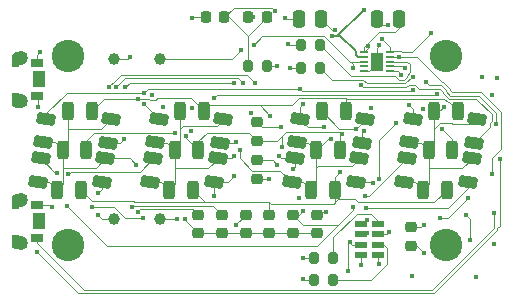
<source format=gbr>
%TF.GenerationSoftware,KiCad,Pcbnew,7.0.8*%
%TF.CreationDate,2024-05-11T17:50:23+02:00*%
%TF.ProjectId,Heptachron,48657074-6163-4687-926f-6e2e6b696361,rev?*%
%TF.SameCoordinates,Original*%
%TF.FileFunction,Copper,L1,Top*%
%TF.FilePolarity,Positive*%
%FSLAX46Y46*%
G04 Gerber Fmt 4.6, Leading zero omitted, Abs format (unit mm)*
G04 Created by KiCad (PCBNEW 7.0.8) date 2024-05-11 17:50:23*
%MOMM*%
%LPD*%
G01*
G04 APERTURE LIST*
G04 Aperture macros list*
%AMRoundRect*
0 Rectangle with rounded corners*
0 $1 Rounding radius*
0 $2 $3 $4 $5 $6 $7 $8 $9 X,Y pos of 4 corners*
0 Add a 4 corners polygon primitive as box body*
4,1,4,$2,$3,$4,$5,$6,$7,$8,$9,$2,$3,0*
0 Add four circle primitives for the rounded corners*
1,1,$1+$1,$2,$3*
1,1,$1+$1,$4,$5*
1,1,$1+$1,$6,$7*
1,1,$1+$1,$8,$9*
0 Add four rect primitives between the rounded corners*
20,1,$1+$1,$2,$3,$4,$5,0*
20,1,$1+$1,$4,$5,$6,$7,0*
20,1,$1+$1,$6,$7,$8,$9,0*
20,1,$1+$1,$8,$9,$2,$3,0*%
G04 Aperture macros list end*
%TA.AperFunction,EtchedComponent*%
%ADD10C,0.010000*%
%TD*%
%TA.AperFunction,SMDPad,CuDef*%
%ADD11RoundRect,0.250000X0.250000X-0.550000X0.250000X0.550000X-0.250000X0.550000X-0.250000X-0.550000X0*%
%TD*%
%TA.AperFunction,SMDPad,CuDef*%
%ADD12RoundRect,0.250000X-0.579441X-0.171022X0.509854X-0.324112X0.579441X0.171022X-0.509854X0.324112X0*%
%TD*%
%TA.AperFunction,SMDPad,CuDef*%
%ADD13RoundRect,0.250000X0.579441X0.171022X-0.509854X0.324112X-0.579441X-0.171022X0.509854X-0.324112X0*%
%TD*%
%TA.AperFunction,SMDPad,CuDef*%
%ADD14R,1.100000X0.700000*%
%TD*%
%TA.AperFunction,ComponentPad*%
%ADD15C,1.200000*%
%TD*%
%TA.AperFunction,SMDPad,CuDef*%
%ADD16R,1.100000X1.400000*%
%TD*%
%TA.AperFunction,SMDPad,CuDef*%
%ADD17RoundRect,0.218750X-0.256250X0.218750X-0.256250X-0.218750X0.256250X-0.218750X0.256250X0.218750X0*%
%TD*%
%TA.AperFunction,SMDPad,CuDef*%
%ADD18C,1.000000*%
%TD*%
%TA.AperFunction,SMDPad,CuDef*%
%ADD19RoundRect,0.218750X-0.218750X-0.256250X0.218750X-0.256250X0.218750X0.256250X-0.218750X0.256250X0*%
%TD*%
%TA.AperFunction,SMDPad,CuDef*%
%ADD20RoundRect,0.200000X0.200000X0.275000X-0.200000X0.275000X-0.200000X-0.275000X0.200000X-0.275000X0*%
%TD*%
%TA.AperFunction,ComponentPad*%
%ADD21C,2.750000*%
%TD*%
%TA.AperFunction,SMDPad,CuDef*%
%ADD22RoundRect,0.225000X0.225000X0.250000X-0.225000X0.250000X-0.225000X-0.250000X0.225000X-0.250000X0*%
%TD*%
%TA.AperFunction,SMDPad,CuDef*%
%ADD23RoundRect,0.218750X0.256250X-0.218750X0.256250X0.218750X-0.256250X0.218750X-0.256250X-0.218750X0*%
%TD*%
%TA.AperFunction,SMDPad,CuDef*%
%ADD24RoundRect,0.250000X-0.250000X-0.475000X0.250000X-0.475000X0.250000X0.475000X-0.250000X0.475000X0*%
%TD*%
%TA.AperFunction,SMDPad,CuDef*%
%ADD25RoundRect,0.200000X-0.200000X-0.275000X0.200000X-0.275000X0.200000X0.275000X-0.200000X0.275000X0*%
%TD*%
%TA.AperFunction,SMDPad,CuDef*%
%ADD26RoundRect,0.225000X0.250000X-0.225000X0.250000X0.225000X-0.250000X0.225000X-0.250000X-0.225000X0*%
%TD*%
%TA.AperFunction,SMDPad,CuDef*%
%ADD27R,1.050000X0.500000*%
%TD*%
%TA.AperFunction,SMDPad,CuDef*%
%ADD28RoundRect,0.250000X0.250000X0.475000X-0.250000X0.475000X-0.250000X-0.475000X0.250000X-0.475000X0*%
%TD*%
%TA.AperFunction,SMDPad,CuDef*%
%ADD29R,0.750000X0.200000*%
%TD*%
%TA.AperFunction,SMDPad,CuDef*%
%ADD30R,1.000000X1.600000*%
%TD*%
%TA.AperFunction,ViaPad*%
%ADD31C,0.400000*%
%TD*%
%TA.AperFunction,Conductor*%
%ADD32C,0.100000*%
%TD*%
%TA.AperFunction,Conductor*%
%ADD33C,0.200000*%
%TD*%
G04 APERTURE END LIST*
%TO.C,SW1*%
D10*
X128400000Y-92800000D02*
X128400000Y-93175000D01*
X128399000Y-93196000D01*
X128398000Y-93217000D01*
X128395000Y-93238000D01*
X128391000Y-93258000D01*
X128386000Y-93279000D01*
X128380000Y-93299000D01*
X128373000Y-93318000D01*
X128365000Y-93338000D01*
X128356000Y-93357000D01*
X128346000Y-93375000D01*
X128335000Y-93393000D01*
X128324000Y-93410000D01*
X128311000Y-93427000D01*
X128297000Y-93443000D01*
X128283000Y-93458000D01*
X128268000Y-93472000D01*
X128252000Y-93486000D01*
X128235000Y-93499000D01*
X128218000Y-93510000D01*
X128200000Y-93521000D01*
X128182000Y-93531000D01*
X128163000Y-93540000D01*
X128143000Y-93548000D01*
X128124000Y-93555000D01*
X128104000Y-93561000D01*
X128083000Y-93566000D01*
X128063000Y-93570000D01*
X128042000Y-93573000D01*
X128021000Y-93574000D01*
X128000000Y-93575000D01*
X127700000Y-93575000D01*
X127700000Y-93850000D01*
X127250000Y-93850000D01*
X127250000Y-92900000D01*
X127550000Y-92700000D01*
X128400000Y-92800000D01*
%TA.AperFunction,EtchedComponent*%
G36*
X128400000Y-92800000D02*
G01*
X128400000Y-93175000D01*
X128399000Y-93196000D01*
X128398000Y-93217000D01*
X128395000Y-93238000D01*
X128391000Y-93258000D01*
X128386000Y-93279000D01*
X128380000Y-93299000D01*
X128373000Y-93318000D01*
X128365000Y-93338000D01*
X128356000Y-93357000D01*
X128346000Y-93375000D01*
X128335000Y-93393000D01*
X128324000Y-93410000D01*
X128311000Y-93427000D01*
X128297000Y-93443000D01*
X128283000Y-93458000D01*
X128268000Y-93472000D01*
X128252000Y-93486000D01*
X128235000Y-93499000D01*
X128218000Y-93510000D01*
X128200000Y-93521000D01*
X128182000Y-93531000D01*
X128163000Y-93540000D01*
X128143000Y-93548000D01*
X128124000Y-93555000D01*
X128104000Y-93561000D01*
X128083000Y-93566000D01*
X128063000Y-93570000D01*
X128042000Y-93573000D01*
X128021000Y-93574000D01*
X128000000Y-93575000D01*
X127700000Y-93575000D01*
X127700000Y-93850000D01*
X127250000Y-93850000D01*
X127250000Y-92900000D01*
X127550000Y-92700000D01*
X128400000Y-92800000D01*
G37*
%TD.AperFunction*%
X127700000Y-96425000D02*
X128000000Y-96425000D01*
X128021000Y-96426000D01*
X128042000Y-96427000D01*
X128063000Y-96430000D01*
X128083000Y-96434000D01*
X128104000Y-96439000D01*
X128124000Y-96445000D01*
X128143000Y-96452000D01*
X128163000Y-96460000D01*
X128182000Y-96469000D01*
X128200000Y-96479000D01*
X128218000Y-96490000D01*
X128235000Y-96501000D01*
X128252000Y-96514000D01*
X128268000Y-96528000D01*
X128283000Y-96542000D01*
X128297000Y-96557000D01*
X128311000Y-96573000D01*
X128324000Y-96590000D01*
X128335000Y-96607000D01*
X128346000Y-96625000D01*
X128356000Y-96643000D01*
X128365000Y-96662000D01*
X128373000Y-96682000D01*
X128380000Y-96701000D01*
X128386000Y-96721000D01*
X128391000Y-96742000D01*
X128395000Y-96762000D01*
X128398000Y-96783000D01*
X128399000Y-96804000D01*
X128400000Y-96825000D01*
X128400000Y-97150000D01*
X127700000Y-97300000D01*
X127600000Y-97300000D01*
X127250000Y-97150000D01*
X127250000Y-96150000D01*
X127700000Y-96150000D01*
X127700000Y-96425000D01*
%TA.AperFunction,EtchedComponent*%
G36*
X127700000Y-96425000D02*
G01*
X128000000Y-96425000D01*
X128021000Y-96426000D01*
X128042000Y-96427000D01*
X128063000Y-96430000D01*
X128083000Y-96434000D01*
X128104000Y-96439000D01*
X128124000Y-96445000D01*
X128143000Y-96452000D01*
X128163000Y-96460000D01*
X128182000Y-96469000D01*
X128200000Y-96479000D01*
X128218000Y-96490000D01*
X128235000Y-96501000D01*
X128252000Y-96514000D01*
X128268000Y-96528000D01*
X128283000Y-96542000D01*
X128297000Y-96557000D01*
X128311000Y-96573000D01*
X128324000Y-96590000D01*
X128335000Y-96607000D01*
X128346000Y-96625000D01*
X128356000Y-96643000D01*
X128365000Y-96662000D01*
X128373000Y-96682000D01*
X128380000Y-96701000D01*
X128386000Y-96721000D01*
X128391000Y-96742000D01*
X128395000Y-96762000D01*
X128398000Y-96783000D01*
X128399000Y-96804000D01*
X128400000Y-96825000D01*
X128400000Y-97150000D01*
X127700000Y-97300000D01*
X127600000Y-97300000D01*
X127250000Y-97150000D01*
X127250000Y-96150000D01*
X127700000Y-96150000D01*
X127700000Y-96425000D01*
G37*
%TD.AperFunction*%
%TO.C,SW2*%
X128400000Y-104800000D02*
X128400000Y-105175000D01*
X128399000Y-105196000D01*
X128398000Y-105217000D01*
X128395000Y-105238000D01*
X128391000Y-105258000D01*
X128386000Y-105279000D01*
X128380000Y-105299000D01*
X128373000Y-105318000D01*
X128365000Y-105338000D01*
X128356000Y-105357000D01*
X128346000Y-105375000D01*
X128335000Y-105393000D01*
X128324000Y-105410000D01*
X128311000Y-105427000D01*
X128297000Y-105443000D01*
X128283000Y-105458000D01*
X128268000Y-105472000D01*
X128252000Y-105486000D01*
X128235000Y-105499000D01*
X128218000Y-105510000D01*
X128200000Y-105521000D01*
X128182000Y-105531000D01*
X128163000Y-105540000D01*
X128143000Y-105548000D01*
X128124000Y-105555000D01*
X128104000Y-105561000D01*
X128083000Y-105566000D01*
X128063000Y-105570000D01*
X128042000Y-105573000D01*
X128021000Y-105574000D01*
X128000000Y-105575000D01*
X127700000Y-105575000D01*
X127700000Y-105850000D01*
X127250000Y-105850000D01*
X127250000Y-104900000D01*
X127550000Y-104700000D01*
X128400000Y-104800000D01*
%TA.AperFunction,EtchedComponent*%
G36*
X128400000Y-104800000D02*
G01*
X128400000Y-105175000D01*
X128399000Y-105196000D01*
X128398000Y-105217000D01*
X128395000Y-105238000D01*
X128391000Y-105258000D01*
X128386000Y-105279000D01*
X128380000Y-105299000D01*
X128373000Y-105318000D01*
X128365000Y-105338000D01*
X128356000Y-105357000D01*
X128346000Y-105375000D01*
X128335000Y-105393000D01*
X128324000Y-105410000D01*
X128311000Y-105427000D01*
X128297000Y-105443000D01*
X128283000Y-105458000D01*
X128268000Y-105472000D01*
X128252000Y-105486000D01*
X128235000Y-105499000D01*
X128218000Y-105510000D01*
X128200000Y-105521000D01*
X128182000Y-105531000D01*
X128163000Y-105540000D01*
X128143000Y-105548000D01*
X128124000Y-105555000D01*
X128104000Y-105561000D01*
X128083000Y-105566000D01*
X128063000Y-105570000D01*
X128042000Y-105573000D01*
X128021000Y-105574000D01*
X128000000Y-105575000D01*
X127700000Y-105575000D01*
X127700000Y-105850000D01*
X127250000Y-105850000D01*
X127250000Y-104900000D01*
X127550000Y-104700000D01*
X128400000Y-104800000D01*
G37*
%TD.AperFunction*%
X127700000Y-108425000D02*
X128000000Y-108425000D01*
X128021000Y-108426000D01*
X128042000Y-108427000D01*
X128063000Y-108430000D01*
X128083000Y-108434000D01*
X128104000Y-108439000D01*
X128124000Y-108445000D01*
X128143000Y-108452000D01*
X128163000Y-108460000D01*
X128182000Y-108469000D01*
X128200000Y-108479000D01*
X128218000Y-108490000D01*
X128235000Y-108501000D01*
X128252000Y-108514000D01*
X128268000Y-108528000D01*
X128283000Y-108542000D01*
X128297000Y-108557000D01*
X128311000Y-108573000D01*
X128324000Y-108590000D01*
X128335000Y-108607000D01*
X128346000Y-108625000D01*
X128356000Y-108643000D01*
X128365000Y-108662000D01*
X128373000Y-108682000D01*
X128380000Y-108701000D01*
X128386000Y-108721000D01*
X128391000Y-108742000D01*
X128395000Y-108762000D01*
X128398000Y-108783000D01*
X128399000Y-108804000D01*
X128400000Y-108825000D01*
X128400000Y-109150000D01*
X127700000Y-109300000D01*
X127600000Y-109300000D01*
X127250000Y-109150000D01*
X127250000Y-108150000D01*
X127700000Y-108150000D01*
X127700000Y-108425000D01*
%TA.AperFunction,EtchedComponent*%
G36*
X127700000Y-108425000D02*
G01*
X128000000Y-108425000D01*
X128021000Y-108426000D01*
X128042000Y-108427000D01*
X128063000Y-108430000D01*
X128083000Y-108434000D01*
X128104000Y-108439000D01*
X128124000Y-108445000D01*
X128143000Y-108452000D01*
X128163000Y-108460000D01*
X128182000Y-108469000D01*
X128200000Y-108479000D01*
X128218000Y-108490000D01*
X128235000Y-108501000D01*
X128252000Y-108514000D01*
X128268000Y-108528000D01*
X128283000Y-108542000D01*
X128297000Y-108557000D01*
X128311000Y-108573000D01*
X128324000Y-108590000D01*
X128335000Y-108607000D01*
X128346000Y-108625000D01*
X128356000Y-108643000D01*
X128365000Y-108662000D01*
X128373000Y-108682000D01*
X128380000Y-108701000D01*
X128386000Y-108721000D01*
X128391000Y-108742000D01*
X128395000Y-108762000D01*
X128398000Y-108783000D01*
X128399000Y-108804000D01*
X128400000Y-108825000D01*
X128400000Y-109150000D01*
X127700000Y-109300000D01*
X127600000Y-109300000D01*
X127250000Y-109150000D01*
X127250000Y-108150000D01*
X127700000Y-108150000D01*
X127700000Y-108425000D01*
G37*
%TD.AperFunction*%
%TD*%
D11*
%TO.P,U1,1,A_A*%
%TO.N,/SW4*%
X131970000Y-97690000D03*
D12*
%TO.P,U1,2,A_B*%
X135609173Y-98379732D03*
%TO.P,U1,3,A_C*%
X135139173Y-101689732D03*
D11*
%TO.P,U1,4,A_D*%
X131030000Y-104320000D03*
D13*
%TO.P,U1,5,A_E*%
X129388905Y-103641970D03*
%TO.P,U1,6,A_F*%
X129858905Y-100331970D03*
D11*
%TO.P,U1,7,A_G*%
X131500000Y-101000000D03*
%TO.P,U1,8,K_A*%
%TO.N,/CS1*%
X133970000Y-97690000D03*
D12*
%TO.P,U1,9,K_B*%
%TO.N,/CS2*%
X135330827Y-100360268D03*
%TO.P,U1,10,K_C*%
%TO.N,/CS3*%
X134866241Y-103665403D03*
D11*
%TO.P,U1,11,K_D*%
%TO.N,/CS4*%
X133030000Y-104320000D03*
D13*
%TO.P,U1,12,K_E*%
%TO.N,/CS5*%
X129667251Y-101661434D03*
%TO.P,U1,13,K_F*%
%TO.N,/CS6*%
X130137251Y-98351434D03*
D11*
%TO.P,U1,14,K_G*%
%TO.N,/CS7*%
X133500000Y-101000000D03*
%TD*%
%TO.P,U2,1,A_A*%
%TO.N,/SW3*%
X141470000Y-97690000D03*
D12*
%TO.P,U2,2,A_B*%
X145109173Y-98379732D03*
%TO.P,U2,3,A_C*%
X144639173Y-101689732D03*
D11*
%TO.P,U2,4,A_D*%
X140530000Y-104320000D03*
D13*
%TO.P,U2,5,A_E*%
X138888905Y-103641970D03*
%TO.P,U2,6,A_F*%
X139358905Y-100331970D03*
D11*
%TO.P,U2,7,A_G*%
X141000000Y-101000000D03*
%TO.P,U2,8,K_A*%
%TO.N,/CS1*%
X143470000Y-97690000D03*
D12*
%TO.P,U2,9,K_B*%
%TO.N,/CS2*%
X144830827Y-100360268D03*
%TO.P,U2,10,K_C*%
%TO.N,/CS3*%
X144366241Y-103665403D03*
D11*
%TO.P,U2,11,K_D*%
%TO.N,/CS4*%
X142530000Y-104320000D03*
D13*
%TO.P,U2,12,K_E*%
%TO.N,/CS5*%
X139167251Y-101661434D03*
%TO.P,U2,13,K_F*%
%TO.N,/CS6*%
X139637251Y-98351434D03*
D11*
%TO.P,U2,14,K_G*%
%TO.N,/CS7*%
X143000000Y-101000000D03*
%TD*%
%TO.P,U4,1,A_A*%
%TO.N,/SW1*%
X162970000Y-97690000D03*
D12*
%TO.P,U4,2,A_B*%
X166609173Y-98379732D03*
%TO.P,U4,3,A_C*%
X166139173Y-101689732D03*
D11*
%TO.P,U4,4,A_D*%
X162030000Y-104320000D03*
D13*
%TO.P,U4,5,A_E*%
X160388905Y-103641970D03*
%TO.P,U4,6,A_F*%
X160858905Y-100331970D03*
D11*
%TO.P,U4,7,A_G*%
X162500000Y-101000000D03*
%TO.P,U4,8,K_A*%
%TO.N,/CS1*%
X164970000Y-97690000D03*
D12*
%TO.P,U4,9,K_B*%
%TO.N,/CS2*%
X166330827Y-100360268D03*
%TO.P,U4,10,K_C*%
%TO.N,/CS3*%
X165866241Y-103665403D03*
D11*
%TO.P,U4,11,K_D*%
%TO.N,/CS4*%
X164030000Y-104320000D03*
D13*
%TO.P,U4,12,K_E*%
%TO.N,/CS5*%
X160667251Y-101661434D03*
%TO.P,U4,13,K_F*%
%TO.N,/CS6*%
X161137251Y-98351434D03*
D11*
%TO.P,U4,14,K_G*%
%TO.N,/CS7*%
X164500000Y-101000000D03*
%TD*%
%TO.P,U3,1,A_A*%
%TO.N,/SW2*%
X153470000Y-97690000D03*
D12*
%TO.P,U3,2,A_B*%
X157109173Y-98379732D03*
%TO.P,U3,3,A_C*%
X156639173Y-101689732D03*
D11*
%TO.P,U3,4,A_D*%
X152530000Y-104320000D03*
D13*
%TO.P,U3,5,A_E*%
X150888905Y-103641970D03*
%TO.P,U3,6,A_F*%
X151358905Y-100331970D03*
D11*
%TO.P,U3,7,A_G*%
X153000000Y-101000000D03*
%TO.P,U3,8,K_A*%
%TO.N,/CS1*%
X155470000Y-97690000D03*
D12*
%TO.P,U3,9,K_B*%
%TO.N,/CS2*%
X156830827Y-100360268D03*
%TO.P,U3,10,K_C*%
%TO.N,/CS3*%
X156366241Y-103665403D03*
D11*
%TO.P,U3,11,K_D*%
%TO.N,/CS4*%
X154530000Y-104320000D03*
D13*
%TO.P,U3,12,K_E*%
%TO.N,/CS5*%
X151167251Y-101661434D03*
%TO.P,U3,13,K_F*%
%TO.N,/CS6*%
X151637251Y-98351434D03*
D11*
%TO.P,U3,14,K_G*%
%TO.N,/CS7*%
X155000000Y-101000000D03*
%TD*%
D14*
%TO.P,SW1,1,1*%
%TO.N,/BU1*%
X129350000Y-96400000D03*
%TO.P,SW1,2,2*%
%TO.N,GND*%
X129350000Y-93600000D03*
D15*
%TO.P,SW1,SH1*%
%TO.N,N/C*%
X128000000Y-96825000D03*
%TO.P,SW1,SH2*%
X128000000Y-93175000D03*
D16*
%TO.P,SW1,SH3*%
X129500000Y-95000000D03*
%TD*%
D14*
%TO.P,SW2,1,1*%
%TO.N,/BU2*%
X129350000Y-108400000D03*
%TO.P,SW2,2,2*%
%TO.N,GND*%
X129350000Y-105600000D03*
D15*
%TO.P,SW2,SH1*%
%TO.N,N/C*%
X128000000Y-108825000D03*
%TO.P,SW2,SH2*%
X128000000Y-105175000D03*
D16*
%TO.P,SW2,SH3*%
X129500000Y-107000000D03*
%TD*%
D17*
%TO.P,D40,2,A*%
%TO.N,/SW5*%
X147000000Y-108037500D03*
%TO.P,D40,1,K*%
%TO.N,/CS3*%
X147000000Y-106462500D03*
%TD*%
D18*
%TO.P,TP6,1,1*%
%TO.N,GND*%
X135825000Y-106825000D03*
%TD*%
%TO.P,TP2,1,1*%
%TO.N,/STAT2*%
X135825000Y-93275000D03*
%TD*%
D19*
%TO.P,Q1,1,C*%
%TO.N,/LIGHT_EN*%
X147212500Y-89750000D03*
%TO.P,Q1,2,E*%
%TO.N,/LIGHT_IN*%
X148787500Y-89750000D03*
%TD*%
D20*
%TO.P,R16,1*%
%TO.N,GND*%
X148840000Y-93855000D03*
%TO.P,R16,2*%
%TO.N,/LIGHT_IN*%
X147190000Y-93855000D03*
%TD*%
D21*
%TO.P,H1,1*%
%TO.N,N/C*%
X164000000Y-109000000D03*
%TD*%
D17*
%TO.P,D37,1,K*%
%TO.N,/CS8*%
X148000000Y-101812500D03*
%TO.P,D37,2,A*%
%TO.N,/SW5*%
X148000000Y-103387500D03*
%TD*%
%TO.P,D39,1,K*%
%TO.N,/CS2*%
X145000001Y-106462500D03*
%TO.P,D39,2,A*%
%TO.N,/SW5*%
X145000001Y-108037500D03*
%TD*%
D21*
%TO.P,H4,1*%
%TO.N,N/C*%
X132000000Y-93000000D03*
%TD*%
%TO.P,H3,1*%
%TO.N,N/C*%
X132000000Y-109000000D03*
%TD*%
D17*
%TO.P,D42,1,K*%
%TO.N,/CS5*%
X151000000Y-106462500D03*
%TO.P,D42,2,A*%
%TO.N,/SW5*%
X151000000Y-108037500D03*
%TD*%
D22*
%TO.P,C6,1*%
%TO.N,/LIGHT_IN*%
X145213862Y-89752454D03*
%TO.P,C6,2*%
%TO.N,GND*%
X143663862Y-89752454D03*
%TD*%
D17*
%TO.P,D41,1,K*%
%TO.N,/CS4*%
X148999999Y-106462500D03*
%TO.P,D41,2,A*%
%TO.N,/SW5*%
X148999999Y-108037500D03*
%TD*%
D23*
%TO.P,D36,1,K*%
%TO.N,/CS7*%
X148000000Y-100187500D03*
%TO.P,D36,2,A*%
%TO.N,/SW5*%
X148000000Y-98612500D03*
%TD*%
D21*
%TO.P,H2,1*%
%TO.N,N/C*%
X164000000Y-93000000D03*
%TD*%
D17*
%TO.P,D38,1,K*%
%TO.N,/CS1*%
X143000000Y-106462500D03*
%TO.P,D38,2,A*%
%TO.N,/SW5*%
X143000000Y-108037500D03*
%TD*%
D18*
%TO.P,TP4,1,1*%
%TO.N,VCC*%
X139775000Y-106825000D03*
%TD*%
D17*
%TO.P,D43,1,K*%
%TO.N,/CS6*%
X153005000Y-106447500D03*
%TO.P,D43,2,A*%
%TO.N,/SW5*%
X153005000Y-108022500D03*
%TD*%
D18*
%TO.P,TP1,1,1*%
%TO.N,/STAT1*%
X139775000Y-93275000D03*
%TD*%
D24*
%TO.P,C9,1*%
%TO.N,GND*%
X158085000Y-89905000D03*
%TO.P,C9,2*%
%TO.N,VCC*%
X159985000Y-89905000D03*
%TD*%
D25*
%TO.P,R1,1*%
%TO.N,GND*%
X152791078Y-111950000D03*
%TO.P,R1,2*%
%TO.N,Net-(X1-VBU)*%
X154441078Y-111950000D03*
%TD*%
%TO.P,R2,1*%
%TO.N,GND*%
X152791078Y-110100000D03*
%TO.P,R2,2*%
%TO.N,Net-(X1-EVI)*%
X154441078Y-110100000D03*
%TD*%
D26*
%TO.P,C1,1*%
%TO.N,GND*%
X161041078Y-109075000D03*
%TO.P,C1,2*%
%TO.N,VCC*%
X161041078Y-107525000D03*
%TD*%
D27*
%TO.P,X1,1,CLKOUT*%
%TO.N,/RTC_CLK*%
X156741078Y-107200000D03*
%TO.P,X1,2,INT*%
%TO.N,/RTC_INT*%
X156741078Y-108100000D03*
%TO.P,X1,3,SCL*%
%TO.N,/SCL*%
X156741078Y-109000000D03*
%TO.P,X1,4,SDA*%
%TO.N,/SDA*%
X156741078Y-109900000D03*
%TO.P,X1,5,VSS*%
%TO.N,GND*%
X158191078Y-109900000D03*
%TO.P,X1,6,VBU*%
%TO.N,Net-(X1-VBU)*%
X158191078Y-109000000D03*
%TO.P,X1,7,VDD*%
%TO.N,VCC*%
X158191078Y-108100000D03*
%TO.P,X1,8,EVI*%
%TO.N,Net-(X1-EVI)*%
X158191078Y-107200000D03*
%TD*%
D25*
%TO.P,R18,1*%
%TO.N,GND*%
X151658905Y-92076266D03*
%TO.P,R18,2*%
%TO.N,Net-(IC1-ISET)*%
X153308905Y-92076266D03*
%TD*%
D28*
%TO.P,C8,1*%
%TO.N,+5V*%
X153395529Y-89858890D03*
%TO.P,C8,2*%
%TO.N,GND*%
X151495529Y-89858890D03*
%TD*%
D29*
%TO.P,IC1,1,SYS*%
%TO.N,VCC*%
X157000000Y-92700000D03*
%TO.P,IC1,2,BAT*%
%TO.N,+BATT*%
X157000000Y-93100000D03*
%TO.P,IC1,3,STAT2*%
%TO.N,/STAT2*%
X157000000Y-93500000D03*
%TO.P,IC1,4,~{CE}*%
%TO.N,/{slash}CE*%
X157000000Y-93900000D03*
%TO.P,IC1,5,GND*%
%TO.N,GND*%
X157000000Y-94300000D03*
%TO.P,IC1,6,TS/MR*%
%TO.N,Net-(IC1-TS{slash}MR)*%
X159200000Y-94300000D03*
%TO.P,IC1,7,ILIM/VSET*%
%TO.N,Net-(IC1-ILIM{slash}VSET)*%
X159200000Y-93900000D03*
%TO.P,IC1,8,ISET*%
%TO.N,Net-(IC1-ISET)*%
X159200000Y-93500000D03*
%TO.P,IC1,9,STAT1*%
%TO.N,/STAT1*%
X159200000Y-93100000D03*
%TO.P,IC1,10,IN*%
%TO.N,+5V*%
X159200000Y-92700000D03*
D30*
%TO.P,IC1,11,EP*%
%TO.N,GND*%
X158100000Y-93500000D03*
%TD*%
D25*
%TO.P,R17,1*%
%TO.N,GND*%
X151666129Y-93989063D03*
%TO.P,R17,2*%
%TO.N,Net-(IC1-ILIM{slash}VSET)*%
X153316129Y-93989063D03*
%TD*%
D31*
%TO.N,/LIGHT_EN*%
X147600000Y-89700000D03*
%TO.N,/CS2*%
X156800000Y-95444994D03*
%TO.N,/CS4*%
X155000000Y-102800000D03*
%TO.N,GND*%
X157600000Y-97400000D03*
X140000000Y-97300000D03*
%TO.N,/LED_EN*%
X165800000Y-105000000D03*
X135400000Y-95675000D03*
X163500000Y-106700000D03*
X147800000Y-95300000D03*
%TO.N,/STAT1*%
X167900000Y-103000000D03*
%TO.N,/STAT2*%
X168210500Y-98800000D03*
X162282677Y-95217325D03*
X156100000Y-94000000D03*
%TO.N,VCC*%
X157400000Y-92199996D03*
%TO.N,+BATT*%
X157000000Y-89100000D03*
%TO.N,+5V*%
X162700000Y-91100000D03*
%TO.N,/STAT1*%
X160003078Y-93100000D03*
X146600000Y-92525000D03*
%TO.N,/STAT2*%
X137200000Y-93100000D03*
X147700652Y-92060000D03*
%TO.N,/SW5*%
X141900000Y-106800000D03*
X149000000Y-103400000D03*
X150027331Y-99027301D03*
%TO.N,/CS6*%
X153600000Y-99017678D03*
%TO.N,GND*%
X151500000Y-105000000D03*
%TO.N,/CS3*%
X134500000Y-104600000D03*
X134000000Y-105800000D03*
X138300000Y-106700000D03*
%TO.N,GND*%
X130600000Y-105800000D03*
X134500000Y-106500000D03*
%TO.N,VCC*%
X141200000Y-106800000D03*
X142399992Y-99400000D03*
%TO.N,GND*%
X142500000Y-97400000D03*
X147423306Y-97869355D03*
%TO.N,/SCL*%
X155700000Y-111200000D03*
X136000000Y-95675000D03*
X146800000Y-95300000D03*
%TO.N,/SDA*%
X136800000Y-95675000D03*
X146000000Y-95340000D03*
%TO.N,/RTC_INT*%
X157276578Y-108000000D03*
%TO.N,/RTC_CLK*%
X157284576Y-106871471D03*
X159700000Y-98700000D03*
X158300000Y-103400000D03*
%TO.N,/SCL*%
X155800000Y-108800000D03*
%TO.N,/SDA*%
X156800000Y-110700000D03*
%TO.N,/LIGHT_IN*%
X149451015Y-89188837D03*
%TO.N,GND*%
X162000000Y-97500000D03*
%TO.N,VCC*%
X167000000Y-94800000D03*
%TO.N,GND*%
X168300000Y-94900000D03*
%TO.N,VCC*%
X167868101Y-96345846D03*
%TO.N,Net-(IC1-TS{slash}MR)*%
X160200000Y-94600000D03*
%TO.N,Net-(IC1-ILIM{slash}VSET)*%
X160475500Y-94000000D03*
X161194467Y-94772410D03*
%TO.N,+BATT*%
X154285280Y-91325092D03*
%TO.N,+5V*%
X154583811Y-90816189D03*
X158541483Y-91560000D03*
%TO.N,GND*%
X158300000Y-92100000D03*
X159028627Y-90373996D03*
X150600000Y-92000000D03*
X150300000Y-89800000D03*
X142500000Y-89800000D03*
X150800000Y-94000000D03*
X149700000Y-93900000D03*
X139101946Y-96282715D03*
X129600000Y-92700000D03*
X151900000Y-111881922D03*
X151900000Y-110100000D03*
X158300000Y-110600000D03*
X162100000Y-109700000D03*
%TO.N,VCC*%
X162066208Y-107311538D03*
X159150000Y-107950000D03*
%TO.N,/SCL*%
X166000000Y-108600000D03*
X165700000Y-106475000D03*
%TO.N,VCC*%
X168000000Y-108900000D03*
X166500000Y-111700000D03*
%TO.N,GND*%
X161100000Y-111600000D03*
%TO.N,/BU1*%
X129300000Y-109600000D03*
X129400000Y-97300000D03*
X168500000Y-101700000D03*
%TO.N,/BU2*%
X168000000Y-106300000D03*
%TO.N,/CS8*%
X149700000Y-102200000D03*
%TO.N,/CS7*%
X150125000Y-100700000D03*
%TO.N,/CS6*%
X153800000Y-106200000D03*
%TO.N,/SW4*%
X137700000Y-102200000D03*
%TO.N,/SW1*%
X163800000Y-97300000D03*
X163200000Y-96209500D03*
X144300000Y-96600000D03*
%TO.N,/CS1*%
X137883456Y-106182155D03*
X137917681Y-96617674D03*
%TO.N,/CS2*%
X137396071Y-105788927D03*
%TO.N,/CS3*%
X146200000Y-107300000D03*
X144300000Y-104900000D03*
%TO.N,/CS6*%
X151600000Y-95785000D03*
X151900000Y-97100000D03*
%TO.N,/SW2*%
X156315000Y-99185000D03*
X154200000Y-100000000D03*
%TO.N,/CS3*%
X157785000Y-103800000D03*
X157200000Y-105900000D03*
%TO.N,/CS7*%
X163641319Y-99224033D03*
%TO.N,/CS2*%
X136740000Y-100000000D03*
X157000000Y-99390865D03*
%TO.N,/CS7*%
X155200000Y-99624500D03*
%TO.N,/SW2*%
X146500000Y-101000000D03*
%TO.N,/CS5*%
X151900000Y-106100000D03*
X151000000Y-102600000D03*
X149800000Y-101500000D03*
X132000000Y-103000000D03*
%TO.N,/CS7*%
X141982805Y-99817195D03*
X141000000Y-99500000D03*
%TO.N,/CS5*%
X156100000Y-105800008D03*
X131000000Y-102900000D03*
X157100000Y-104900000D03*
X131900000Y-105700000D03*
%TO.N,/CS6*%
X138417678Y-96117678D03*
X138400000Y-97100000D03*
X161140959Y-95884994D03*
X160800000Y-97200000D03*
%TO.N,/CS1*%
X149099996Y-98100000D03*
%TO.N,/SW3*%
X146000000Y-101500000D03*
%TO.N,/CS3*%
X146000000Y-103185006D03*
%TO.N,/CS2*%
X146200000Y-100300000D03*
%TD*%
D32*
%TO.N,/RTC_INT*%
X156841078Y-108000000D02*
X156741078Y-108100000D01*
X157276578Y-108000000D02*
X156841078Y-108000000D01*
%TO.N,VCC*%
X159000000Y-108100000D02*
X159150000Y-107950000D01*
X158191078Y-108100000D02*
X159000000Y-108100000D01*
%TO.N,/CS5*%
X138028685Y-102800000D02*
X139167251Y-101661434D01*
X132200000Y-102800000D02*
X138028685Y-102800000D01*
X132000000Y-103000000D02*
X132200000Y-102800000D01*
%TO.N,/CS6*%
X151637251Y-97362749D02*
X151900000Y-97100000D01*
X151637251Y-98351434D02*
X151637251Y-97362749D01*
%TO.N,/CS5*%
X149961434Y-101661434D02*
X149800000Y-101500000D01*
X151167251Y-101661434D02*
X149961434Y-101661434D01*
%TO.N,/CS8*%
X149312500Y-101812500D02*
X149700000Y-102200000D01*
X148000000Y-101812500D02*
X149312500Y-101812500D01*
%TO.N,/BU2*%
X168000000Y-107600000D02*
X168000000Y-106300000D01*
X162800000Y-112800000D02*
X168000000Y-107600000D01*
X133300000Y-112800000D02*
X162800000Y-112800000D01*
X129350000Y-108850000D02*
X133300000Y-112800000D01*
X129350000Y-108400000D02*
X129350000Y-108850000D01*
%TO.N,/BU1*%
X132800000Y-113100000D02*
X129300000Y-109600000D01*
X162810000Y-113090000D02*
X162800000Y-113100000D01*
X168290000Y-107720122D02*
X162920122Y-113090000D01*
X162920122Y-113090000D02*
X162810000Y-113090000D01*
X168290000Y-107610000D02*
X168290000Y-107720122D01*
X162800000Y-113100000D02*
X132800000Y-113100000D01*
X168500000Y-107400000D02*
X168290000Y-107610000D01*
X168500000Y-101700000D02*
X168500000Y-107400000D01*
%TO.N,/SW1*%
X163410000Y-97690000D02*
X163800000Y-97300000D01*
X162970000Y-97690000D02*
X163410000Y-97690000D01*
%TO.N,Net-(X1-VBU)*%
X158966078Y-109250000D02*
X158716078Y-109000000D01*
X158716078Y-109000000D02*
X158191078Y-109000000D01*
X158966078Y-110633922D02*
X158966078Y-109250000D01*
X154441078Y-111950000D02*
X157650000Y-111950000D01*
X157650000Y-111950000D02*
X158966078Y-110633922D01*
%TO.N,/RTC_CLK*%
X157284576Y-106871471D02*
X157069607Y-106871471D01*
X157069607Y-106871471D02*
X156741078Y-107200000D01*
%TO.N,Net-(X1-EVI)*%
X154441078Y-108358922D02*
X154441078Y-110100000D01*
X156440000Y-106360000D02*
X154441078Y-108358922D01*
X158191078Y-106950000D02*
X157601078Y-106360000D01*
X158191078Y-107200000D02*
X158191078Y-106950000D01*
X157601078Y-106360000D02*
X156440000Y-106360000D01*
%TO.N,GND*%
X158100000Y-92300000D02*
X158300000Y-92100000D01*
%TO.N,+5V*%
X159200000Y-92218517D02*
X158541483Y-91560000D01*
%TO.N,GND*%
X158100000Y-93500000D02*
X158100000Y-92300000D01*
%TO.N,+5V*%
X159200000Y-92700000D02*
X159200000Y-92218517D01*
%TO.N,VCC*%
X157400000Y-92300000D02*
X157400000Y-92199996D01*
X157000000Y-92700000D02*
X157400000Y-92300000D01*
D33*
%TO.N,+BATT*%
X155025092Y-91325092D02*
X154285280Y-91325092D01*
X156325000Y-92924264D02*
X156325000Y-92625000D01*
X156500736Y-93100000D02*
X156325000Y-92924264D01*
X154774908Y-91325092D02*
X154285280Y-91325092D01*
D32*
%TO.N,GND*%
X158553996Y-90373996D02*
X159028627Y-90373996D01*
X158085000Y-89905000D02*
X158553996Y-90373996D01*
%TO.N,+5V*%
X154352828Y-90816189D02*
X154583811Y-90816189D01*
X153395529Y-89858890D02*
X154352828Y-90816189D01*
%TO.N,VCC*%
X157000000Y-92281024D02*
X157000000Y-92700000D01*
X158321024Y-90960000D02*
X157000000Y-92281024D01*
X159655000Y-90960000D02*
X158321024Y-90960000D01*
D33*
%TO.N,+BATT*%
X157000000Y-89100000D02*
X154774908Y-91325092D01*
D32*
%TO.N,VCC*%
X159985000Y-90630000D02*
X159655000Y-90960000D01*
X159985000Y-89905000D02*
X159985000Y-90630000D01*
D33*
%TO.N,+BATT*%
X156325000Y-92625000D02*
X155025092Y-91325092D01*
X157000000Y-93100000D02*
X156500736Y-93100000D01*
D32*
%TO.N,/SW1*%
X164487034Y-98700000D02*
X163481095Y-98700000D01*
X164517034Y-98730000D02*
X164487034Y-98700000D01*
X163481095Y-98700000D02*
X162960827Y-99220268D01*
X166270000Y-98730000D02*
X164517034Y-98730000D01*
X166600000Y-98400000D02*
X166270000Y-98730000D01*
%TO.N,/CS7*%
X164500000Y-100082714D02*
X164500000Y-101000000D01*
X163641319Y-99224033D02*
X164500000Y-100082714D01*
%TO.N,/LIGHT_EN*%
X147550000Y-89750000D02*
X147600000Y-89700000D01*
X147212500Y-89750000D02*
X147550000Y-89750000D01*
%TO.N,/LIGHT_IN*%
X145991816Y-88974500D02*
X145213862Y-89752454D01*
X149236678Y-88974500D02*
X145991816Y-88974500D01*
X149451015Y-89188837D02*
X149236678Y-88974500D01*
%TO.N,/STAT2*%
X168210500Y-97810500D02*
X168210500Y-98800000D01*
X166760000Y-96360000D02*
X168210500Y-97810500D01*
X164349878Y-96360000D02*
X166760000Y-96360000D01*
X164005429Y-96015551D02*
X164349878Y-96360000D01*
X164005429Y-95907624D02*
X164005429Y-96015551D01*
X163577805Y-95480000D02*
X164005429Y-95907624D01*
X162545352Y-95480000D02*
X163577805Y-95480000D01*
X162282677Y-95217325D02*
X162545352Y-95480000D01*
%TO.N,/SW1*%
X144604999Y-96295001D02*
X144300000Y-96600000D01*
X160928712Y-96295001D02*
X144604999Y-96295001D01*
X163084506Y-96324994D02*
X160958705Y-96324994D01*
X160958705Y-96324994D02*
X160928712Y-96295001D01*
X163200000Y-96209500D02*
X163084506Y-96324994D01*
%TO.N,/STAT1*%
X163697927Y-95190000D02*
X163590000Y-95190000D01*
X164295429Y-95787502D02*
X163697927Y-95190000D01*
X164295429Y-95895429D02*
X164295429Y-95787502D01*
X167900000Y-101638601D02*
X168650000Y-100888601D01*
X161500000Y-93100000D02*
X160003078Y-93100000D01*
X167900000Y-103000000D02*
X167900000Y-101638601D01*
%TO.N,/CS2*%
X156975006Y-95620000D02*
X156800000Y-95444994D01*
%TO.N,/STAT1*%
X168650000Y-100888601D02*
X168650000Y-97750000D01*
%TO.N,/CS2*%
X160797504Y-95444994D02*
X160622498Y-95620000D01*
X161323213Y-95444994D02*
X160797504Y-95444994D01*
X163715429Y-96027746D02*
X163457683Y-95770000D01*
X164229756Y-96650000D02*
X163715429Y-96135673D01*
X167676181Y-98700000D02*
X167824138Y-98552043D01*
X166330827Y-100360268D02*
X167676181Y-99014914D01*
%TO.N,/STAT1*%
X166970000Y-96070000D02*
X164470000Y-96070000D01*
%TO.N,/CS2*%
X161648219Y-95770000D02*
X161323213Y-95444994D01*
X166550000Y-96650000D02*
X164229756Y-96650000D01*
X163457683Y-95770000D02*
X161648219Y-95770000D01*
X160622498Y-95620000D02*
X156975006Y-95620000D01*
X167824138Y-98552043D02*
X167824138Y-97924138D01*
%TO.N,/STAT1*%
X164470000Y-96070000D02*
X164295429Y-95895429D01*
%TO.N,/CS2*%
X163715429Y-96135673D02*
X163715429Y-96027746D01*
%TO.N,/CS1*%
X164109634Y-96940000D02*
X163819634Y-96650000D01*
X164220000Y-96940000D02*
X164109634Y-96940000D01*
%TO.N,/CS2*%
X167824138Y-97924138D02*
X166550000Y-96650000D01*
%TO.N,/CS1*%
X164970000Y-97690000D02*
X164220000Y-96940000D01*
%TO.N,/CS2*%
X167676181Y-99014914D02*
X167676181Y-98700000D01*
%TO.N,/CS1*%
X163819634Y-96650000D02*
X155550000Y-96650000D01*
X155550000Y-96650000D02*
X155500000Y-96600000D01*
%TO.N,/STAT1*%
X168650000Y-97750000D02*
X166970000Y-96070000D01*
X163590000Y-95190000D02*
X161500000Y-93100000D01*
%TO.N,Net-(IC1-ILIM{slash}VSET)*%
X160375500Y-93900000D02*
X159200000Y-93900000D01*
X160475500Y-94000000D02*
X160375500Y-93900000D01*
X154332060Y-95004994D02*
X153316129Y-93989063D01*
X156982254Y-95004994D02*
X154332060Y-95004994D01*
X157307260Y-95330000D02*
X156982254Y-95004994D01*
X161059966Y-94772410D02*
X160502376Y-95330000D01*
%TO.N,Net-(IC1-ISET)*%
X155932639Y-94700000D02*
X153308905Y-92076266D01*
X160017746Y-95040000D02*
X159677746Y-94700000D01*
X160640000Y-94782254D02*
X160382254Y-95040000D01*
X160915000Y-94407254D02*
X160640000Y-94682254D01*
X160915000Y-93728101D02*
X160915000Y-94407254D01*
X159200000Y-93500000D02*
X159240000Y-93540000D01*
%TO.N,Net-(IC1-TS{slash}MR)*%
X159900000Y-94300000D02*
X160200000Y-94600000D01*
%TO.N,Net-(IC1-ISET)*%
X160382254Y-95040000D02*
X160017746Y-95040000D01*
X160671899Y-93485000D02*
X160915000Y-93728101D01*
%TO.N,/STAT1*%
X145850000Y-93275000D02*
X146600000Y-92525000D01*
%TO.N,/STAT2*%
X153681159Y-91351266D02*
X148409386Y-91351266D01*
X155829893Y-93500000D02*
X153681159Y-91351266D01*
X155900000Y-93500000D02*
X155829893Y-93500000D01*
%TO.N,+5V*%
X161100000Y-92700000D02*
X162700000Y-91100000D01*
%TO.N,/STAT1*%
X139775000Y-93275000D02*
X145850000Y-93275000D01*
%TO.N,+5V*%
X160125332Y-92600000D02*
X160225332Y-92700000D01*
%TO.N,Net-(IC1-ISET)*%
X160301899Y-93485000D02*
X160671899Y-93485000D01*
X160246899Y-93540000D02*
X160301899Y-93485000D01*
%TO.N,+5V*%
X160225332Y-92700000D02*
X161100000Y-92700000D01*
%TO.N,Net-(IC1-ILIM{slash}VSET)*%
X160502376Y-95330000D02*
X157307260Y-95330000D01*
%TO.N,+5V*%
X159200000Y-92700000D02*
X159300000Y-92600000D01*
%TO.N,Net-(IC1-ISET)*%
X160640000Y-94682254D02*
X160640000Y-94782254D01*
X159240000Y-93540000D02*
X160246899Y-93540000D01*
%TO.N,+5V*%
X159300000Y-92600000D02*
X160125332Y-92600000D01*
%TO.N,/STAT2*%
X148409386Y-91351266D02*
X147700652Y-92060000D01*
%TO.N,Net-(IC1-TS{slash}MR)*%
X159200000Y-94300000D02*
X159900000Y-94300000D01*
%TO.N,/STAT1*%
X159200000Y-93100000D02*
X160003078Y-93100000D01*
%TO.N,Net-(IC1-ISET)*%
X159677746Y-94700000D02*
X155932639Y-94700000D01*
%TO.N,Net-(IC1-ILIM{slash}VSET)*%
X161194467Y-94772410D02*
X161059966Y-94772410D01*
%TO.N,/CS6*%
X161085953Y-95940000D02*
X161140959Y-95884994D01*
X151755000Y-95940000D02*
X161085953Y-95940000D01*
X151600000Y-95785000D02*
X151755000Y-95940000D01*
%TO.N,/CS3*%
X145519603Y-103665403D02*
X146000000Y-103185006D01*
X144366241Y-103665403D02*
X145519603Y-103665403D01*
%TO.N,/CS7*%
X147312500Y-99500000D02*
X148000000Y-100187500D01*
X143000000Y-100200000D02*
X143700000Y-99500000D01*
X143700000Y-99500000D02*
X147312500Y-99500000D01*
X143000000Y-101000000D02*
X143000000Y-100200000D01*
X141982805Y-99982805D02*
X141982805Y-99817195D01*
%TO.N,/SW3*%
X144540000Y-98960000D02*
X141721095Y-98960000D01*
%TO.N,/CS7*%
X143000000Y-101000000D02*
X141982805Y-99982805D01*
%TO.N,/SW3*%
X141721095Y-98960000D02*
X141460827Y-99220268D01*
X145100000Y-98400000D02*
X144540000Y-98960000D01*
%TO.N,/LED_EN*%
X164100000Y-106700000D02*
X163500000Y-106700000D01*
X165800000Y-105000000D02*
X164100000Y-106700000D01*
%TO.N,VCC*%
X161852746Y-107525000D02*
X162066208Y-107311538D01*
X161041078Y-107525000D02*
X161852746Y-107525000D01*
%TO.N,/SCL*%
X166000000Y-106775000D02*
X165700000Y-106475000D01*
X166000000Y-108600000D02*
X166000000Y-106775000D01*
%TO.N,/CS3*%
X138260000Y-106740000D02*
X138300000Y-106700000D01*
X136798859Y-106740000D02*
X138260000Y-106740000D01*
X135858859Y-105800000D02*
X136798859Y-106740000D01*
X134000000Y-105800000D02*
X135858859Y-105800000D01*
%TO.N,/CS1*%
X143000000Y-106462500D02*
X142537500Y-106000000D01*
X138065611Y-106000000D02*
X137883456Y-106182155D01*
X142537500Y-106000000D02*
X138065611Y-106000000D01*
%TO.N,/CS2*%
X137499998Y-105685000D02*
X137396071Y-105788927D01*
X144222501Y-105685000D02*
X137499998Y-105685000D01*
%TO.N,/CS4*%
X137530290Y-105300892D02*
X137589400Y-105360000D01*
X134010892Y-105300892D02*
X137530290Y-105300892D01*
X133030000Y-104320000D02*
X134010892Y-105300892D01*
%TO.N,/SDA*%
X145960000Y-95300000D02*
X146000000Y-95340000D01*
X137175000Y-95300000D02*
X145960000Y-95300000D01*
X136800000Y-95675000D02*
X137175000Y-95300000D01*
%TO.N,/LED_EN*%
X135560000Y-95515000D02*
X135400000Y-95675000D01*
X135560000Y-95492746D02*
X135560000Y-95515000D01*
X136465000Y-94610000D02*
X135840000Y-95235000D01*
X147110000Y-94610000D02*
X136465000Y-94610000D01*
X147800000Y-95300000D02*
X147110000Y-94610000D01*
%TO.N,/SCL*%
X136775000Y-94900000D02*
X136000000Y-95675000D01*
X146800000Y-95300000D02*
X146400000Y-94900000D01*
%TO.N,/CS1*%
X135042326Y-96617674D02*
X137917681Y-96617674D01*
%TO.N,/CS2*%
X145000001Y-106462500D02*
X144222501Y-105685000D01*
%TO.N,/CS6*%
X151585000Y-95800000D02*
X138735356Y-95800000D01*
X151600000Y-95785000D02*
X151585000Y-95800000D01*
%TO.N,/CS1*%
X139376041Y-96725000D02*
X138923959Y-96725000D01*
%TO.N,/CS6*%
X131868771Y-96115000D02*
X138415000Y-96115000D01*
%TO.N,/CS1*%
X138816633Y-96617674D02*
X137917681Y-96617674D01*
%TO.N,/LED_EN*%
X135840000Y-95235000D02*
X135817746Y-95235000D01*
%TO.N,/CS6*%
X130137251Y-97846520D02*
X131868771Y-96115000D01*
X130137251Y-98351434D02*
X130137251Y-97846520D01*
X138735356Y-95800000D02*
X138417678Y-96117678D01*
%TO.N,GND*%
X151968078Y-111950000D02*
X151900000Y-111881922D01*
X152791078Y-111950000D02*
X151968078Y-111950000D01*
%TO.N,/CS1*%
X142379994Y-96599994D02*
X139501047Y-96599994D01*
X138923959Y-96725000D02*
X138816633Y-96617674D01*
%TO.N,/SCL*%
X146400000Y-94900000D02*
X136775000Y-94900000D01*
%TO.N,/CS2*%
X136379732Y-100360268D02*
X136740000Y-100000000D01*
%TO.N,/CS1*%
X133970000Y-97690000D02*
X135042326Y-96617674D01*
%TO.N,/CS4*%
X137589400Y-105360000D02*
X143570000Y-105360000D01*
%TO.N,/CS1*%
X139501047Y-96599994D02*
X139376041Y-96725000D01*
%TO.N,/LED_EN*%
X135817746Y-95235000D02*
X135560000Y-95492746D01*
%TO.N,/CS2*%
X135330827Y-100360268D02*
X136379732Y-100360268D01*
%TO.N,/CS1*%
X143470000Y-97690000D02*
X142379994Y-96599994D01*
%TO.N,/CS6*%
X138415000Y-96115000D02*
X138417678Y-96117678D01*
%TO.N,/CS4*%
X154530000Y-103270000D02*
X155000000Y-102800000D01*
X154530000Y-104320000D02*
X154530000Y-103270000D01*
%TO.N,/SW2*%
X153151095Y-102360000D02*
X152990827Y-102520268D01*
X155980000Y-102360000D02*
X153151095Y-102360000D01*
X156630000Y-101710000D02*
X155980000Y-102360000D01*
%TO.N,/CS2*%
X156830827Y-99560038D02*
X157000000Y-99390865D01*
X156830827Y-100360268D02*
X156830827Y-99560038D01*
%TO.N,/SW2*%
X154011095Y-100000000D02*
X154200000Y-100000000D01*
%TO.N,/CS7*%
X155060500Y-99485000D02*
X150400000Y-99485000D01*
%TO.N,/SW2*%
X152990827Y-101020268D02*
X154011095Y-100000000D01*
%TO.N,/CS7*%
X155200000Y-99624500D02*
X155060500Y-99485000D01*
%TO.N,/CS6*%
X152303495Y-99017678D02*
X153600000Y-99017678D01*
X151637251Y-98351434D02*
X152303495Y-99017678D01*
%TO.N,/SW2*%
X154935559Y-99185000D02*
X156315000Y-99185000D01*
X153460827Y-97710268D02*
X154935559Y-99185000D01*
%TO.N,/CS7*%
X155000000Y-99824500D02*
X155000000Y-101000000D01*
X155200000Y-99624500D02*
X155000000Y-99824500D01*
%TO.N,/CS4*%
X149180000Y-105540000D02*
X149000000Y-105360000D01*
X154460000Y-105540000D02*
X149180000Y-105540000D01*
X154600000Y-105400000D02*
X154460000Y-105540000D01*
%TO.N,/CS5*%
X156100000Y-106051272D02*
X156100000Y-105800008D01*
X154825636Y-107325636D02*
X156100000Y-106051272D01*
%TO.N,/CS4*%
X156282254Y-105160000D02*
X154840000Y-105160000D01*
X154840000Y-105160000D02*
X154600000Y-105400000D01*
X156482254Y-105360000D02*
X156282254Y-105160000D01*
X162990000Y-105360000D02*
X156482254Y-105360000D01*
X164030000Y-104320000D02*
X162990000Y-105360000D01*
%TO.N,/CS1*%
X149100000Y-98100000D02*
X149099996Y-98100000D01*
%TO.N,/SW5*%
X148000000Y-98612500D02*
X148414801Y-99027301D01*
X148414801Y-99027301D02*
X150027331Y-99027301D01*
%TO.N,/CS1*%
X148190000Y-97190000D02*
X149100000Y-98100000D01*
%TO.N,/CS7*%
X150400000Y-99485000D02*
X150125000Y-99760000D01*
X150125000Y-99760000D02*
X150125000Y-100700000D01*
%TO.N,/CS4*%
X154530000Y-105330000D02*
X154600000Y-105400000D01*
X154530000Y-104320000D02*
X154530000Y-105330000D01*
%TO.N,/SW2*%
X149956935Y-102710000D02*
X150888905Y-103641970D01*
X146500000Y-101656272D02*
X147553728Y-102710000D01*
X147553728Y-102710000D02*
X149956935Y-102710000D01*
X146500000Y-101000000D02*
X146500000Y-101656272D01*
%TO.N,/SW3*%
X144639173Y-101689732D02*
X145810268Y-101689732D01*
X145810268Y-101689732D02*
X146000000Y-101500000D01*
%TO.N,/STAT2*%
X156100000Y-93700000D02*
X156100000Y-94000000D01*
X155900000Y-93500000D02*
X156100000Y-93700000D01*
X157000000Y-93500000D02*
X155900000Y-93500000D01*
X137025000Y-93275000D02*
X135825000Y-93275000D01*
X137200000Y-93100000D02*
X137025000Y-93275000D01*
%TO.N,/SW5*%
X141900000Y-106937500D02*
X143000000Y-108037500D01*
X141900000Y-106800000D02*
X141900000Y-106937500D01*
X148987500Y-103387500D02*
X148000000Y-103387500D01*
X149000000Y-103400000D02*
X148987500Y-103387500D01*
%TO.N,/CS7*%
X149697500Y-100187500D02*
X150400000Y-99485000D01*
X148000000Y-100187500D02*
X149697500Y-100187500D01*
%TO.N,/CS3*%
X134500000Y-104600000D02*
X134866241Y-104233759D01*
X134866241Y-104233759D02*
X134866241Y-103665403D01*
%TO.N,GND*%
X130400000Y-105600000D02*
X130600000Y-105800000D01*
X129350000Y-105600000D02*
X130400000Y-105600000D01*
X134825000Y-106825000D02*
X134500000Y-106500000D01*
X135825000Y-106825000D02*
X134825000Y-106825000D01*
%TO.N,VCC*%
X139775000Y-106825000D02*
X141175000Y-106825000D01*
X141175000Y-106825000D02*
X141200000Y-106800000D01*
%TO.N,/SCL*%
X155700000Y-111200000D02*
X155700000Y-108900000D01*
X155700000Y-108900000D02*
X155800000Y-108800000D01*
%TO.N,/CS3*%
X156366241Y-103665403D02*
X157650403Y-103665403D01*
X157650403Y-103665403D02*
X157785000Y-103800000D01*
X164136558Y-105900000D02*
X157200000Y-105900000D01*
X165866241Y-104170317D02*
X164136558Y-105900000D01*
X165866241Y-103665403D02*
X165866241Y-104170317D01*
%TO.N,/RTC_CLK*%
X159700000Y-98700000D02*
X158300000Y-100100000D01*
X158300000Y-100100000D02*
X158300000Y-103400000D01*
%TO.N,/SCL*%
X156000000Y-109000000D02*
X156741078Y-109000000D01*
X155800000Y-108800000D02*
X156000000Y-109000000D01*
%TO.N,/SDA*%
X156800000Y-109958922D02*
X156741078Y-109900000D01*
X156800000Y-110700000D02*
X156800000Y-109958922D01*
%TO.N,/LIGHT_EN*%
X147262500Y-89700000D02*
X147212500Y-89750000D01*
%TO.N,GND*%
X157428554Y-94300000D02*
X158100000Y-93628554D01*
X157000000Y-94300000D02*
X157428554Y-94300000D01*
X158100000Y-93628554D02*
X158100000Y-93500000D01*
X150676266Y-92076266D02*
X150600000Y-92000000D01*
X151658905Y-92076266D02*
X150676266Y-92076266D01*
X150358890Y-89858890D02*
X150300000Y-89800000D01*
X151495529Y-89858890D02*
X150358890Y-89858890D01*
X142547546Y-89752454D02*
X142500000Y-89800000D01*
X143663862Y-89752454D02*
X142547546Y-89752454D01*
%TO.N,/LIGHT_IN*%
X145594954Y-89752454D02*
X147190000Y-91347500D01*
X145213862Y-89752454D02*
X145594954Y-89752454D01*
X147190000Y-91347500D02*
X148787500Y-89750000D01*
X147190000Y-93855000D02*
X147190000Y-91347500D01*
%TO.N,GND*%
X151655192Y-94000000D02*
X151666129Y-93989063D01*
X150800000Y-94000000D02*
X151655192Y-94000000D01*
X148840000Y-93855000D02*
X149655000Y-93855000D01*
X149655000Y-93855000D02*
X149700000Y-93900000D01*
X129350000Y-92950000D02*
X129600000Y-92700000D01*
X129350000Y-93600000D02*
X129350000Y-92950000D01*
%TO.N,/CS5*%
X154806272Y-107345000D02*
X154825636Y-107325636D01*
X151000000Y-106462500D02*
X151882500Y-107345000D01*
X151882500Y-107345000D02*
X154806272Y-107345000D01*
X153051272Y-109100000D02*
X154825636Y-107325636D01*
%TO.N,/SW5*%
X143015000Y-108022500D02*
X143000000Y-108037500D01*
X153005000Y-108022500D02*
X143015000Y-108022500D01*
%TO.N,GND*%
X152791078Y-110100000D02*
X151900000Y-110100000D01*
%TO.N,/SCL*%
X156216078Y-109000000D02*
X156741078Y-109000000D01*
%TO.N,GND*%
X158191078Y-109900000D02*
X158191078Y-110491078D01*
X158191078Y-110491078D02*
X158300000Y-110600000D01*
X161475000Y-109075000D02*
X162100000Y-109700000D01*
X161041078Y-109075000D02*
X161475000Y-109075000D01*
%TO.N,/BU1*%
X129400000Y-96450000D02*
X129350000Y-96400000D01*
X129400000Y-97300000D02*
X129400000Y-96450000D01*
%TO.N,/CS6*%
X153800000Y-106200000D02*
X153252500Y-106200000D01*
X153252500Y-106200000D02*
X153005000Y-106447500D01*
%TO.N,/SW4*%
X137189732Y-101689732D02*
X135139173Y-101689732D01*
X137700000Y-102200000D02*
X137189732Y-101689732D01*
%TO.N,/SW3*%
X144630000Y-101710000D02*
X143819732Y-102520268D01*
X143819732Y-102520268D02*
X140990827Y-102520268D01*
%TO.N,/CS1*%
X155470000Y-96630000D02*
X155500000Y-96600000D01*
X155470000Y-97690000D02*
X155470000Y-96630000D01*
X155500000Y-96600000D02*
X154380000Y-96600000D01*
X151513101Y-96600000D02*
X150923101Y-97190000D01*
X150923101Y-97190000D02*
X148190000Y-97190000D01*
X154380000Y-96600000D02*
X151513101Y-96600000D01*
%TO.N,/CS3*%
X146200000Y-107262500D02*
X147000000Y-106462500D01*
X146200000Y-107300000D02*
X146200000Y-107262500D01*
X144366241Y-103665403D02*
X144366241Y-104833759D01*
X144366241Y-104833759D02*
X144300000Y-104900000D01*
%TO.N,/SW2*%
X157100000Y-98400000D02*
X156315000Y-99185000D01*
%TO.N,/CS5*%
X151537500Y-106462500D02*
X151000000Y-106462500D01*
X151900000Y-106100000D02*
X151537500Y-106462500D01*
X151167251Y-102432749D02*
X151000000Y-102600000D01*
X151167251Y-101661434D02*
X151167251Y-102432749D01*
%TO.N,/CS7*%
X133500000Y-100200000D02*
X134200000Y-99500000D01*
X134200000Y-99500000D02*
X141000000Y-99500000D01*
X133500000Y-101000000D02*
X133500000Y-100200000D01*
%TO.N,/CS5*%
X152000000Y-109100000D02*
X153051272Y-109100000D01*
X143300000Y-109100000D02*
X152000000Y-109100000D01*
X157100000Y-104900000D02*
X157428685Y-104900000D01*
X135300000Y-109100000D02*
X143300000Y-109100000D01*
X131900000Y-105700000D02*
X135300000Y-109100000D01*
X157428685Y-104900000D02*
X160667251Y-101661434D01*
X130905817Y-102900000D02*
X131000000Y-102900000D01*
X129667251Y-101661434D02*
X130905817Y-102900000D01*
%TO.N,/CS6*%
X138400000Y-97114183D02*
X138400000Y-97100000D01*
X139637251Y-98351434D02*
X138400000Y-97114183D01*
X161137251Y-97537251D02*
X160800000Y-97200000D01*
X161137251Y-98351434D02*
X161137251Y-97537251D01*
%TO.N,/CS1*%
X143970000Y-97190000D02*
X148190000Y-97190000D01*
X143470000Y-97690000D02*
X143970000Y-97190000D01*
%TO.N,/CS2*%
X146139732Y-100360268D02*
X146200000Y-100300000D01*
X144830827Y-100360268D02*
X146139732Y-100360268D01*
%TO.N,/CS4*%
X143570000Y-105360000D02*
X149000000Y-105360000D01*
X148999999Y-106462500D02*
X149000000Y-105360000D01*
X142530000Y-104320000D02*
X143570000Y-105360000D01*
%TO.N,/SW1*%
X162960827Y-100550268D02*
X162490827Y-101020268D01*
X162490827Y-103870268D02*
X162020827Y-104340268D01*
X165319732Y-102520268D02*
X162490827Y-102520268D01*
X162490827Y-101020268D02*
X162490827Y-102520268D01*
X162490827Y-102520268D02*
X162490827Y-103870268D01*
X166130000Y-101710000D02*
X165319732Y-102520268D01*
X162960827Y-97710268D02*
X162960827Y-99220268D01*
X162960827Y-99220268D02*
X162960827Y-100550268D01*
X160849732Y-100352238D02*
X161822797Y-100352238D01*
X161822797Y-100352238D02*
X162490827Y-101020268D01*
X160379732Y-103662238D02*
X161342797Y-103662238D01*
X161342797Y-103662238D02*
X162020827Y-104340268D01*
%TO.N,/SW2*%
X152990827Y-103870268D02*
X152520827Y-104340268D01*
X152990827Y-101020268D02*
X152990827Y-102520268D01*
X152990827Y-102520268D02*
X152990827Y-103870268D01*
X151349732Y-100352238D02*
X152322797Y-100352238D01*
X152322797Y-100352238D02*
X152990827Y-101020268D01*
X150879732Y-103662238D02*
X151842797Y-103662238D01*
X151842797Y-103662238D02*
X152520827Y-104340268D01*
%TO.N,/SW3*%
X141460827Y-100550268D02*
X140990827Y-101020268D01*
X140990827Y-103870268D02*
X140520827Y-104340268D01*
X140990827Y-101020268D02*
X140990827Y-102520268D01*
X140990827Y-102520268D02*
X140990827Y-103870268D01*
X141460827Y-97710268D02*
X141460827Y-99220268D01*
X141460827Y-99220268D02*
X141460827Y-100550268D01*
X139349732Y-100352238D02*
X140322797Y-100352238D01*
X140322797Y-100352238D02*
X140990827Y-101020268D01*
X138879732Y-103662238D02*
X139842797Y-103662238D01*
X139842797Y-103662238D02*
X140520827Y-104340268D01*
%TO.N,/SW4*%
X135139173Y-101689732D02*
X134328905Y-102500000D01*
X131500000Y-102500000D02*
X131500000Y-103850000D01*
X131500000Y-101000000D02*
X131500000Y-102500000D01*
X134328905Y-102500000D02*
X131500000Y-102500000D01*
X135609173Y-98379732D02*
X134788905Y-99200000D01*
X131970000Y-99200000D02*
X131970000Y-100530000D01*
X131970000Y-97690000D02*
X131970000Y-99200000D01*
X134788905Y-99200000D02*
X131970000Y-99200000D01*
X130831970Y-100331970D02*
X131500000Y-101000000D01*
X129858905Y-100331970D02*
X130831970Y-100331970D01*
X130351970Y-103641970D02*
X131030000Y-104320000D01*
X129388905Y-103641970D02*
X130351970Y-103641970D01*
X131500000Y-103850000D02*
X131030000Y-104320000D01*
X131970000Y-100530000D02*
X131500000Y-101000000D01*
%TD*%
M02*

</source>
